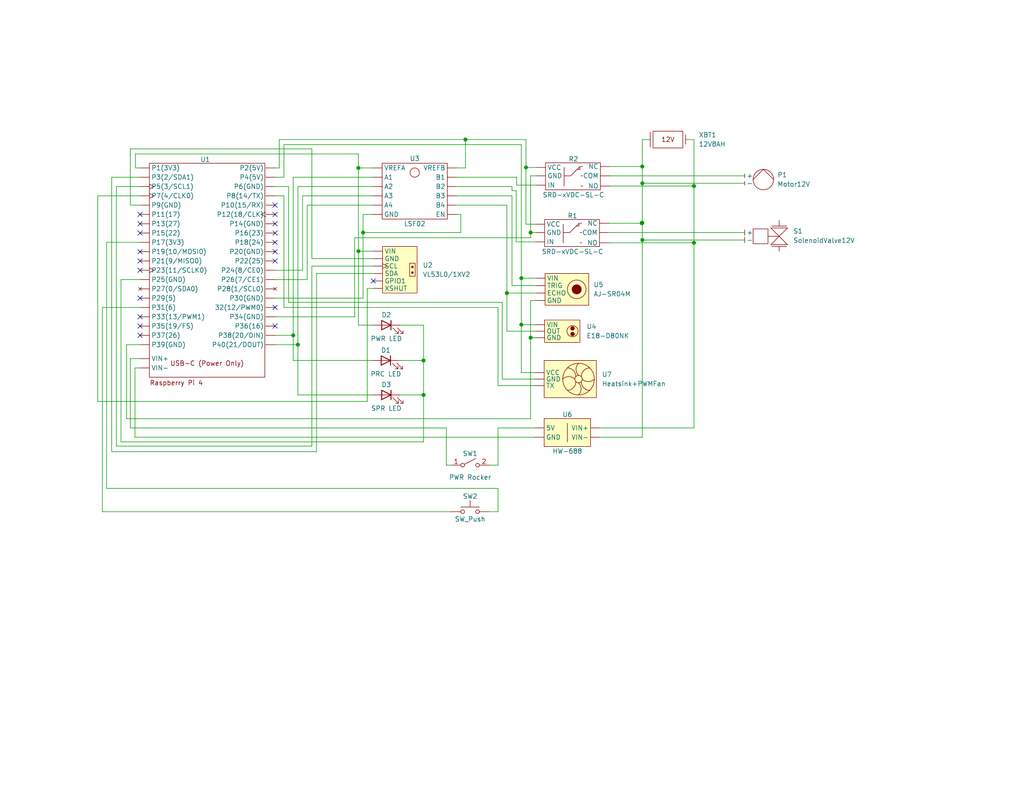
<source format=kicad_sch>
(kicad_sch (version 20211123) (generator eeschema)
  (paper "USLetter")
  (title_block (title "Map of Wirings") (date "2023-06-13") (rev "1.0") (company "There Goes Mangoes"))
  (lib_symbols
    (symbol "Battery Power and Management:12V8AH"
      (property "Reference" "XBT" (at 0 3.302 0))
      (property "Value" "12V8AH" (at 0 -3.556 0))
      (symbol "12V8AH_0_0"
        (polyline (pts (xy -4.826 2.032) (xy -4.826 -2.032)))
        (polyline (pts (xy 4.826 1.27) (xy 4.826 -1.27)))
        (text "12V" (at 0 0 0) (effects (font (size 1.27 1.27))))
      )
      (symbol "12V8AH_0_1"
        (rectangle (start -4.064 2.286) (end 4.064 -2.286))
      )
      (symbol "12V8AH_1_1"
        (pin power_out line (at 4.826 0 180) (length 0.635) hide (name "+") (number ""))
        (pin power_out line (at -4.826 0 0) (length 0.635) hide (name "-") (number ""))
      )
    )
    (symbol "Battery Power and Management:HW-688"
      (property "Reference" "U" (at 0 5.08 0))
      (property "Value" "HW-688" (at 0 -5.08 0))
      (symbol "HW-688_0_1"
        (rectangle (start -6.35 3.81) (end 6.35 -3.81) (fill (type background)))
        (polyline (pts (xy 0 2.54) (xy 0 -2.54)))
      )
      (symbol "HW-688_1_1"
        (pin power_out line (at 8.89 1.27 180) (length 2.54) (name "5V") (number ""))
        (pin power_out line (at 8.89 -1.27 180) (length 2.54) (name "GND") (number ""))
        (pin power_in line (at -8.89 1.27 0) (length 2.54) (name "VIN+") (number ""))
        (pin power_in line (at -8.89 -1.27 0) (length 2.54) (name "VIN-") (number ""))
      )
    )
    (symbol "Device:LED" (pin_numbers hide) (pin_names (offset 1.016) hide)
      (property "Reference" "D" (at 0 2.54 0))
      (property "Value" "LED" (at 0 -2.54 0))
      (symbol "LED_0_1"
        (polyline (pts (xy -1.27 -1.27) (xy -1.27 1.27)) (stroke (width 0.254)))
        (polyline (pts (xy -1.27 0) (xy 1.27 0)))
        (polyline (pts (xy 1.27 -1.27) (xy 1.27 1.27) (xy -1.27 0) (xy 1.27 -1.27)) (stroke (width 0.254)))
        (polyline (pts (xy -3.048 -0.762) (xy -4.572 -2.286) (xy -3.81 -2.286) (xy -4.572 -2.286) (xy -4.572 -1.524)))
        (polyline (pts (xy -1.778 -0.762) (xy -3.302 -2.286) (xy -2.54 -2.286) (xy -3.302 -2.286) (xy -3.302 -1.524)))
      )
      (symbol "LED_1_1"
        (pin passive line (at -3.81 0 0) (length 2.54) (name "K") (number "1"))
        (pin passive line (at 3.81 0 180) (length 2.54) (name "A") (number "2"))
      )
    )
    (symbol "Multilevel Voltage Converter:LSF02"
      (property "Reference" "U" (at 0 8.89 0))
      (property "Value" "LSF02" (at 0 0 90))
      (symbol "LSF02_0_1"
        (rectangle (start -8.89 7.62) (end 8.89 -7.62))
        (circle (center 0 5.08) (radius 1.27))
      )
      (symbol "LSF02_1_1"
        (pin bidirectional line (at -11.43 3.81 0) (length 2.54) (name "A1") (number ""))
        (pin bidirectional line (at -11.43 1.27 0) (length 2.54) (name "A2") (number ""))
        (pin bidirectional line (at -11.43 -1.27 0) (length 2.54) (name "A3") (number ""))
        (pin bidirectional line (at -11.43 -3.81 0) (length 2.54) (name "A4") (number ""))
        (pin bidirectional line (at 11.43 3.81 180) (length 2.54) (name "B1") (number ""))
        (pin bidirectional line (at 11.43 1.27 180) (length 2.54) (name "B2") (number ""))
        (pin bidirectional line (at 11.43 -1.27 180) (length 2.54) (name "B3") (number ""))
        (pin bidirectional line (at 11.43 -3.81 180) (length 2.54) (name "B4") (number ""))
        (pin power_in line (at 11.43 -6.35 180) (length 2.54) (name "EN") (number ""))
        (pin power_in line (at -11.43 -6.35 0) (length 2.54) (name "GND") (number ""))
        (pin power_in line (at -11.43 6.35 0) (length 2.54) (name "VREFA") (number ""))
        (pin power_in line (at 11.43 6.35 180) (length 2.54) (name "VREFB") (number ""))
      )
    )
    (symbol "Raspberry Pi 4:RPi4_Objective"
      (property "Reference" "U" (at 0 26.67 0))
      (symbol "RPi4_Objective_0_0"
        (text "Raspberry Pi 4" (at -7.874 -34.544 0) (effects (font (size 1.27 1.27))))
        (text "USB-C (Power Only)" (at 0.508 -29.21 0) (effects (font (size 1.27 1.27))))
      )
      (symbol "RPi4_Objective_0_1"
        (rectangle (start -15.24 25.4) (end 16.256 -33.02))
      )
      (symbol "RPi4_Objective_1_1"
        (pin bidirectional line (at 19.05 -13.97 180) (length 2.54) (name "32(12/PWM0)") (number ""))
        (pin power_out line (at -17.78 24.13 0) (length 2.54) (name "P1(3V3)") (number ""))
        (pin bidirectional line (at 19.05 13.97 180) (length 2.54) (name "P10(15/RX)") (number ""))
        (pin bidirectional line (at -17.78 11.43 0) (length 2.54) (name "P11(17)") (number ""))
        (pin bidirectional clock (at 19.05 11.43 180) (length 2.54) (name "P12(18/CLK)") (number ""))
        (pin bidirectional line (at -17.78 8.89 0) (length 2.54) (name "P13(27)") (number ""))
        (pin power_out line (at 19.05 8.89 180) (length 2.54) (name "P14(GND)") (number ""))
        (pin bidirectional line (at -17.78 6.35 0) (length 2.54) (name "P15(22)") (number ""))
        (pin bidirectional line (at 19.05 6.35 180) (length 2.54) (name "P16(23)") (number ""))
        (pin power_out line (at -17.78 3.81 0) (length 2.54) (name "P17(3V3)") (number ""))
        (pin bidirectional line (at 19.05 3.81 180) (length 2.54) (name "P18(24)") (number ""))
        (pin bidirectional line (at -17.78 1.27 0) (length 2.54) (name "P19(10/MOSI0)") (number ""))
        (pin power_out line (at 19.05 24.13 180) (length 2.54) (name "P2(5V)") (number ""))
        (pin power_out line (at 19.05 1.27 180) (length 2.54) (name "P20(GND)") (number ""))
        (pin bidirectional line (at -17.78 -1.27 0) (length 2.54) (name "P21(9/MISO0)") (number ""))
        (pin bidirectional line (at 19.05 -1.27 180) (length 2.54) (name "P22(25)") (number ""))
        (pin bidirectional clock (at -17.78 -3.81 0) (length 2.54) (name "P23(11/SCLK0)") (number ""))
        (pin bidirectional line (at 19.05 -3.81 180) (length 2.54) (name "P24(8/CE0)") (number ""))
        (pin power_out line (at -17.78 -6.35 0) (length 2.54) (name "P25(GND)") (number ""))
        (pin bidirectional line (at 19.05 -6.35 180) (length 2.54) (name "P26(7/CE1)") (number ""))
        (pin no_connect line (at -17.78 -8.89 0) (length 2.54) (name "P27(0/SDA0)") (number ""))
        (pin no_connect line (at 19.05 -8.89 180) (length 2.54) (name "P28(1/SCL0)") (number ""))
        (pin bidirectional line (at -17.78 -11.43 0) (length 2.54) (name "P29(5)") (number ""))
        (pin bidirectional line (at -17.78 21.59 0) (length 2.54) (name "P3(2/SDA1)") (number ""))
        (pin power_out line (at 19.05 -11.43 180) (length 2.54) (name "P30(GND)") (number ""))
        (pin bidirectional line (at -17.78 -13.97 0) (length 2.54) (name "P31(6)") (number ""))
        (pin bidirectional line (at -17.78 -16.51 0) (length 2.54) (name "P33(13/PWM1)") (number ""))
        (pin power_out line (at 19.05 -16.51 180) (length 2.54) (name "P34(GND)") (number ""))
        (pin bidirectional line (at -17.78 -19.05 0) (length 2.54) (name "P35(19/FS)") (number ""))
        (pin bidirectional line (at 19.05 -19.05 180) (length 2.54) (name "P36(16)") (number ""))
        (pin bidirectional line (at -17.78 -21.59 0) (length 2.54) (name "P37(26)") (number ""))
        (pin bidirectional line (at 19.05 -21.59 180) (length 2.54) (name "P38(20/DIN)") (number ""))
        (pin power_out line (at -17.78 -24.13 0) (length 2.54) (name "P39(GND)") (number ""))
        (pin power_out line (at 19.05 21.59 180) (length 2.54) (name "P4(5V)") (number ""))
        (pin bidirectional line (at 19.05 -24.13 180) (length 2.54) (name "P40(21/DOUT)") (number ""))
        (pin bidirectional clock (at -17.78 19.05 0) (length 2.54) (name "P5(3/SCL1)") (number ""))
        (pin power_out line (at 19.05 19.05 180) (length 2.54) (name "P6(GND)") (number ""))
        (pin bidirectional clock (at -17.78 16.51 0) (length 2.54) (name "P7(4/CLK0)") (number ""))
        (pin bidirectional line (at 19.05 16.51 180) (length 2.54) (name "P8(14/TX)") (number ""))
        (pin power_out line (at -17.78 13.97 0) (length 2.54) (name "P9(GND)") (number ""))
        (pin power_in line (at -17.78 -27.94 0) (length 2.54) (name "VIN+") (number ""))
        (pin power_in line (at -17.78 -30.48 0) (length 2.54) (name "VIN-") (number ""))
      )
    )
    (symbol "Sensors and Others:AJ-SR04M"
      (property "Reference" "U" (at 0 5.334 0))
      (property "Value" "AJ-SR04M" (at 0.762 -5.588 0))
      (symbol "AJ-SR04M_0_1"
        (rectangle (start -5.588 4.318) (end 6.35 -4.318) (fill (type background)))
        (circle (center 3.048 0) (radius 1.27) (fill (type outline)))
        (circle (center 3.048 0) (radius 2.54))
      )
      (symbol "AJ-SR04M_1_1"
        (pin output line (at -8.128 -1.016 0) (length 2.54) (name "ECHO") (number ""))
        (pin power_in line (at -8.128 -3.048 0) (length 2.54) (name "GND") (number ""))
        (pin input line (at -8.128 1.016 0) (length 2.54) (name "TRIG") (number ""))
        (pin power_in line (at -8.128 3.048 0) (length 2.54) (name "VIN") (number ""))
      )
    )
    (symbol "Sensors and Others:E18-D80NK"
      (property "Reference" "U" (at 0 4.064 0))
      (property "Value" "E18-D80NK" (at 0 -4.572 0))
      (symbol "E18-D80NK_0_1"
        (rectangle (start -5.08 3.048) (end 4.572 -3.048) (fill (type background)))
        (circle (center 2.54 -0.762) (radius 0.508) (fill (type outline)))
        (circle (center 2.54 0) (radius 1.524))
        (circle (center 2.54 0.762) (radius 0.508) (fill (type outline)))
      )
      (symbol "E18-D80NK_1_1"
        (pin power_in line (at -7.62 -1.778 0) (length 2.54) (name "GND") (number ""))
        (pin output line (at -7.62 0 0) (length 2.54) (name "OUT") (number ""))
        (pin power_in line (at -7.62 1.778 0) (length 2.54) (name "VIN") (number ""))
      )
    )
    (symbol "Sensors and Others:Heatsink+PWMFan"
      (property "Reference" "U" (at 0 6.096 0))
      (property "Value" "Heatsink+PWMFan" (at -0.254 -6.35 0))
      (symbol "Heatsink+PWMFan_0_1"
        (rectangle (start -6.858 5.08) (end 7.366 -5.08) (fill (type background)))
        (arc (start -0.508 -3.048) (mid 1.1084 -2.3784) (end 1.778 -0.762))
        (arc (start 1.524 0) (mid -0.127 3.9859) (end -1.778 0))
        (arc (start 1.778 0.762) (mid 3.3944 4.6644) (end -0.508 3.048))
        (arc (start 2.54 -4.318) (mid 3.2233 -2.667) (end 2.54 -1.016))
        (circle (center 2.54 0) (radius 1.016))
        (circle (center 2.54 0) (radius 4.318))
        (arc (start 2.54 4.318) (mid 1.8567 2.667) (end 2.54 1.016))
        (arc (start 3.302 -0.762) (mid 1.6789 -4.6711) (end 5.588 -3.048))
        (arc (start 3.556 0) (mid 5.207 -3.9859) (end 6.858 0))
        (arc (start 5.588 3.048) (mid 3.9811 2.3689) (end 3.302 0.762))
      )
      (symbol "Heatsink+PWMFan_1_1"
        (pin power_in line (at -9.398 0 0) (length 2.54) (name "GND") (number ""))
        (pin input line (at -9.398 -1.778 0) (length 2.54) (name "TX") (number ""))
        (pin power_in line (at -9.398 1.778 0) (length 2.54) (name "VCC") (number ""))
      )
    )
    (symbol "Sensors and Others:Motor12V"
      (property "Reference" "P" (at 0 3.81 0))
      (property "Value" "Motor12V" (at 0 -4.064 0))
      (symbol "Motor12V_0_1"
        (polyline (pts (xy -5.08 -0.508) (xy -5.08 -1.524)))
        (polyline (pts (xy -5.08 1.524) (xy -5.08 0.508)))
        (polyline (pts (xy -2.794 0) (xy 0 2.794) (xy 2.794 0)))
        (circle (center 0 0) (radius 2.794))
      )
      (symbol "Motor12V_1_1"
        (pin power_in line (at -5.08 1.016 0) (length 0) (name "+") (number ""))
        (pin power_in line (at -5.08 -1.016 0) (length 0) (name "-") (number ""))
      )
    )
    (symbol "Sensors and Others:SRD-xVDC-SL-C"
      (property "Reference" "R" (at 0.508 4.572 0))
      (property "Value" "SRD-xVDC-SL-C" (at 0 -5.334 0))
      (symbol "SRD-xVDC-SL-C_0_1"
        (polyline (pts (xy -2.54 2.286) (xy -2.54 -2.794)))
        (polyline (pts (xy 2.032 -2.794) (xy 2.54 -2.794)))
        (polyline (pts (xy 2.032 0) (xy 2.54 0)))
        (polyline (pts (xy 2.032 2.54) (xy 2.54 2.54)))
        (polyline (pts (xy -2.54 0) (xy -0.762 0) (xy 1.778 2.54)))
        (polyline (pts (xy 1.778 2.54) (xy 1.778 1.778) (xy 1.016 1.778) (xy 1.27 1.778)))
        (rectangle (start 7.366 3.556) (end -7.62 -3.81))
      )
      (symbol "SRD-xVDC-SL-C_1_1"
        (pin input line (at 9.906 0 180) (length 2.54) (name "COM") (number ""))
        (pin power_in line (at -10.16 0 0) (length 2.54) (name "GND") (number ""))
        (pin input line (at -10.16 -2.54 0) (length 2.54) (name "IN") (number ""))
        (pin free line (at 9.906 2.54 180) (length 2.54) (name "NC") (number ""))
        (pin free line (at 9.906 -2.794 180) (length 2.54) (name "NO") (number ""))
        (pin power_in line (at -10.16 2.286 0) (length 2.54) (name "VCC") (number ""))
      )
    )
    (symbol "Sensors and Others:SolenoidValve12V"
      (property "Reference" "S" (at 0 2.54 0))
      (property "Value" "SolenoidValve12V" (at 0.254 -6.096 0))
      (symbol "SolenoidValve12V_0_1"
        (rectangle (start -2.032 4.572) (end 2.032 0.508))
        (polyline (pts (xy -2.794 -2.54) (xy -4.064 -2.54)))
        (polyline (pts (xy -2.794 -0.508) (xy -2.794 -4.572)))
        (polyline (pts (xy -1.778 6.858) (xy -0.254 6.858)))
        (polyline (pts (xy 0 0.508) (xy 0 -2.54)))
        (polyline (pts (xy 0.254 6.858) (xy 1.778 6.858)))
        (polyline (pts (xy 2.794 -2.54) (xy 4.318 -2.54)))
        (polyline (pts (xy 2.794 -0.508) (xy 2.794 -4.572)))
        (polyline (pts (xy -2.286 -0.254) (xy 0 -2.54) (xy 2.286 -0.254) (xy 2.286 -4.826) (xy 0 -2.54) (xy -2.286 -4.826) (xy -2.286 -0.254)))
      )
      (symbol "SolenoidValve12V_1_1"
        (pin power_in line (at 1.016 6.858 270) (length 0) (name "+") (number ""))
        (pin power_in line (at -1.016 6.858 270) (length 0) (name "-") (number ""))
      )
    )
    (symbol "Sensors and Others:VL53L0{slash}1XV2"
      (property "Reference" "U" (at 0 8.382 0))
      (property "Value" "VL53L0{slash}1XV2" (at 0 -8.89 0))
      (symbol "VL53L0{slash}1XV2_0_1"
        (rectangle (start -4.572 6.35) (end 4.826 -6.35) (fill (type background)))
        (rectangle (start 2.794 1.778) (end 4.318 -1.778))
        (circle (center 3.556 -0.762) (radius 0.254) (fill (type outline)))
        (circle (center 3.556 0.762) (radius 0.254) (fill (type outline)))
      )
      (symbol "VL53L0{slash}1XV2_1_1"
        (pin power_in line (at -7.112 3.048 0) (length 2.54) (name "GND") (number ""))
        (pin output line (at -7.112 -3.048 0) (length 2.54) (name "GPIO1") (number ""))
        (pin output clock (at -7.112 1.016 0) (length 2.54) (name "SCL") (number ""))
        (pin output line (at -7.112 -1.016 0) (length 2.54) (name "SDA") (number ""))
        (pin power_in line (at -7.112 5.08 0) (length 2.54) (name "VIN") (number ""))
        (pin input line (at -7.112 -5.08 0) (length 2.54) (name "XSHUT") (number ""))
      )
    )
    (symbol "Switch:SW_Push" (pin_numbers hide) (pin_names (offset 1.016) hide)
      (property "Reference" "SW" (at 1.27 2.54 0))
      (property "Value" "SW_Push" (at 0 -1.524 0))
      (symbol "SW_Push_0_1"
        (circle (center -2.032 0) (radius 0.508))
        (polyline (pts (xy 0 1.27) (xy 0 3.048)))
        (polyline (pts (xy 2.54 1.27) (xy -2.54 1.27)))
        (circle (center 2.032 0) (radius 0.508))
        (pin passive line (at -5.08 0 0) (length 2.54) (name "1") (number "1"))
        (pin passive line (at 5.08 0 180) (length 2.54) (name "2") (number "2"))
      )
    )
    (symbol "Switch:SW_SPST" (pin_names (offset 0) hide)
      (property "Reference" "SW" (at 0 3.175 0))
      (property "Value" "SW_SPST" (at 0 -2.54 0))
      (symbol "SW_SPST_0_0"
        (circle (center -2.032 0) (radius 0.508))
        (polyline (pts (xy -1.524 0.254) (xy 1.524 1.778)))
        (circle (center 2.032 0) (radius 0.508))
      )
      (symbol "SW_SPST_1_1"
        (pin passive line (at -5.08 0 0) (length 2.54) (name "A") (number "1"))
        (pin passive line (at 5.08 0 180) (length 2.54) (name "B") (number "2"))
      )
    )
  )
  (junction (at 175.26 45.466))
  (junction (at 189.357 66.294))
  (junction (at 144.78 92.202))
  (junction (at 175.26 60.833))
  (junction (at 99.06 63.5))
  (junction (at 189.357 50.8))
  (junction (at 144.78 63.5))
  (junction (at 143.51 45.72))
  (junction (at 81.28 94.107))
  (junction (at 175.133 60.96))
  (junction (at 175.26 50.038))
  (junction (at 97.79 45.847))
  (junction (at 115.57 107.823))
  (junction (at 115.57 98.425))
  (junction (at 175.133 60.833))
  (junction (at 142.24 88.646))
  (junction (at 97.79 68.58))
  (junction (at 127 38.1))
  (junction (at 175.26 65.532))
  (junction (at 138.303 80.01))
  (junction (at 142.24 75.946))
  (junction (at 80.01 91.567))
  (no_connect (at 75.057 66.167))
  (no_connect (at 38.227 73.787))
  (no_connect (at 75.057 71.247))
  (no_connect (at 38.227 89.027))
  (no_connect (at 38.227 63.627))
  (no_connect (at 38.227 68.707))
  (no_connect (at 101.854 76.708))
  (no_connect (at 75.057 68.707))
  (no_connect (at 75.057 83.947))
  (no_connect (at 38.227 86.487))
  (no_connect (at 38.227 58.547))
  (no_connect (at 75.057 63.627))
  (no_connect (at 75.057 56.007))
  (no_connect (at 75.057 58.547))
  (no_connect (at 38.227 81.407))
  (no_connect (at 38.227 71.247))
  (no_connect (at 38.227 91.567))
  (no_connect (at 75.057 89.027))
  (no_connect (at 75.057 61.087))
  (no_connect (at 38.227 61.087))
  (wire (pts (xy 135.89 133.35) (xy 135.89 139.7)))
  (wire (pts (xy 146.304 48.006) (xy 144.78 48.006)))
  (wire (pts (xy 175.26 38.1) (xy 175.26 45.466)))
  (wire (pts (xy 203.2 50.038) (xy 175.26 50.038)))
  (wire (pts (xy 35.56 40.64) (xy 35.56 56.007)))
  (wire (pts (xy 139.7 52.07) (xy 140.843 52.07)))
  (wire (pts (xy 30.48 48.387) (xy 30.48 123.317)))
  (wire (pts (xy 146.05 90.424) (xy 138.303 90.424)))
  (wire (pts (xy 146.05 61.214) (xy 143.51 61.214)))
  (wire (pts (xy 76.2 38.1) (xy 127 38.1)))
  (wire (pts (xy 101.727 48.387) (xy 80.01 48.387)))
  (wire (pts (xy 175.26 45.466) (xy 175.26 50.038)))
  (wire (pts (xy 125.73 63.5) (xy 99.06 63.5)))
  (wire (pts (xy 86.36 123.317) (xy 86.36 74.676)))
  (wire (pts (xy 140.97 50.546) (xy 146.304 50.546)))
  (wire (pts (xy 33.02 120.65) (xy 33.02 76.327)))
  (wire (pts (xy 144.78 114.3) (xy 144.78 92.202)))
  (wire (pts (xy 36.83 119.38) (xy 145.923 119.38)))
  (wire (pts (xy 140.97 48.387) (xy 140.97 50.546)))
  (wire (pts (xy 175.133 60.833) (xy 175.26 60.833)))
  (wire (pts (xy 80.01 48.387) (xy 80.01 91.567)))
  (wire (pts (xy 75.057 81.407) (xy 99.06 81.407)))
  (wire (pts (xy 77.47 83.947) (xy 77.47 53.467)))
  (wire (pts (xy 135.89 105.283) (xy 135.89 83.947)))
  (wire (pts (xy 142.24 75.946) (xy 146.177 75.946)))
  (wire (pts (xy 29.083 66.167) (xy 29.083 133.35)))
  (wire (pts (xy 138.303 80.01) (xy 146.177 80.01)))
  (wire (pts (xy 97.79 42.037) (xy 97.79 45.847)))
  (wire (pts (xy 137.033 82.55) (xy 137.033 103.505)))
  (wire (pts (xy 166.116 60.96) (xy 175.133 60.96)))
  (wire (pts (xy 30.48 123.317) (xy 86.36 123.317)))
  (wire (pts (xy 163.703 119.38) (xy 175.26 119.38)))
  (wire (pts (xy 175.26 60.833) (xy 175.26 65.532)))
  (wire (pts (xy 177.419 38.1) (xy 175.26 38.1)))
  (wire (pts (xy 189.357 66.294) (xy 189.357 50.8)))
  (wire (pts (xy 127 45.847) (xy 127 38.1)))
  (wire (pts (xy 35.56 97.917) (xy 38.227 97.917)))
  (wire (pts (xy 124.587 45.847) (xy 127 45.847)))
  (wire (pts (xy 96.774 64.897) (xy 144.78 64.897)))
  (wire (pts (xy 137.033 103.505) (xy 145.923 103.505)))
  (wire (pts (xy 109.22 88.773) (xy 115.57 88.773)))
  (wire (pts (xy 124.587 56.007) (xy 138.303 56.007)))
  (wire (pts (xy 145.923 105.283) (xy 135.89 105.283)))
  (wire (pts (xy 27.94 83.947) (xy 38.227 83.947)))
  (wire (pts (xy 96.774 86.487) (xy 96.774 64.897)))
  (wire (pts (xy 143.51 38.1) (xy 143.51 45.72)))
  (wire (pts (xy 175.133 60.96) (xy 175.133 60.833)))
  (wire (pts (xy 142.24 88.646) (xy 142.24 101.727)))
  (wire (pts (xy 101.473 98.425) (xy 80.01 98.425)))
  (wire (pts (xy 75.057 86.487) (xy 96.774 86.487)))
  (wire (pts (xy 85.09 121.793) (xy 31.75 121.793)))
  (wire (pts (xy 138.303 90.424) (xy 138.303 80.01)))
  (wire (pts (xy 36.957 42.037) (xy 97.79 42.037)))
  (wire (pts (xy 175.26 119.38) (xy 175.26 65.532)))
  (wire (pts (xy 29.083 133.35) (xy 135.89 133.35)))
  (wire (pts (xy 38.227 94.107) (xy 34.544 94.107)))
  (wire (pts (xy 82.55 53.467) (xy 101.727 53.467)))
  (wire (pts (xy 144.78 64.897) (xy 144.78 63.5)))
  (wire (pts (xy 80.01 91.567) (xy 80.01 98.425)))
  (wire (pts (xy 124.587 58.547) (xy 125.73 58.547)))
  (wire (pts (xy 34.544 114.3) (xy 144.78 114.3)))
  (wire (pts (xy 189.357 38.1) (xy 187.071 38.1)))
  (wire (pts (xy 78.74 82.55) (xy 137.033 82.55)))
  (wire (pts (xy 121.793 127) (xy 121.793 116.84)))
  (wire (pts (xy 77.47 53.467) (xy 75.057 53.467)))
  (wire (pts (xy 81.28 50.927) (xy 81.28 94.107)))
  (wire (pts (xy 38.227 66.167) (xy 29.083 66.167)))
  (wire (pts (xy 127 38.1) (xy 143.51 38.1)))
  (wire (pts (xy 75.057 48.387) (xy 77.47 48.387)))
  (wire (pts (xy 97.79 68.58) (xy 101.854 68.58)))
  (wire (pts (xy 143.51 45.72) (xy 146.304 45.72)))
  (wire (pts (xy 146.05 88.646) (xy 142.24 88.646)))
  (wire (pts (xy 163.703 116.84) (xy 189.357 116.84)))
  (wire (pts (xy 135.89 116.84) (xy 145.923 116.84)))
  (wire (pts (xy 135.89 139.7) (xy 133.35 139.7)))
  (wire (pts (xy 143.51 61.214) (xy 143.51 45.72)))
  (wire (pts (xy 124.587 48.387) (xy 140.97 48.387)))
  (wire (pts (xy 189.357 50.8) (xy 189.357 38.1)))
  (wire (pts (xy 77.47 48.387) (xy 77.47 39.497)))
  (wire (pts (xy 175.26 50.038) (xy 175.26 60.833)))
  (wire (pts (xy 38.227 45.847) (xy 36.957 45.847)))
  (wire (pts (xy 203.2 65.532) (xy 175.26 65.532)))
  (wire (pts (xy 35.56 116.84) (xy 35.56 97.917)))
  (wire (pts (xy 82.55 73.787) (xy 82.55 53.467)))
  (wire (pts (xy 144.78 48.006) (xy 144.78 63.5)))
  (wire (pts (xy 166.37 48.006) (xy 203.2 48.006)))
  (wire (pts (xy 101.854 78.74) (xy 100.203 78.74)))
  (wire (pts (xy 109.22 107.823) (xy 115.57 107.823)))
  (wire (pts (xy 78.74 50.927) (xy 78.74 82.55)))
  (wire (pts (xy 83.82 76.327) (xy 75.057 76.327)))
  (wire (pts (xy 123.19 139.7) (xy 27.94 139.7)))
  (wire (pts (xy 124.587 50.927) (xy 139.7 50.927)))
  (wire (pts (xy 146.177 82.042) (xy 144.78 82.042)))
  (wire (pts (xy 75.057 50.927) (xy 78.74 50.927)))
  (wire (pts (xy 140.843 66.04) (xy 146.05 66.04)))
  (wire (pts (xy 144.78 63.5) (xy 146.05 63.5)))
  (wire (pts (xy 35.56 56.007) (xy 38.227 56.007)))
  (wire (pts (xy 76.2 45.847) (xy 76.2 38.1)))
  (wire (pts (xy 36.83 100.457) (xy 36.83 119.38)))
  (wire (pts (xy 135.89 83.947) (xy 77.47 83.947)))
  (wire (pts (xy 144.78 92.202) (xy 146.05 92.202)))
  (wire (pts (xy 166.37 45.466) (xy 175.26 45.466)))
  (wire (pts (xy 125.73 58.547) (xy 125.73 63.5)))
  (wire (pts (xy 77.47 39.497) (xy 142.24 39.497)))
  (wire (pts (xy 101.727 45.847) (xy 97.79 45.847)))
  (wire (pts (xy 138.303 56.007) (xy 138.303 80.01)))
  (wire (pts (xy 97.79 45.847) (xy 97.79 68.58)))
  (wire (pts (xy 97.79 88.773) (xy 97.79 68.58)))
  (wire (pts (xy 145.923 101.727) (xy 142.24 101.727)))
  (wire (pts (xy 101.854 72.644) (xy 85.09 72.644)))
  (wire (pts (xy 75.057 91.567) (xy 80.01 91.567)))
  (wire (pts (xy 83.82 56.007) (xy 83.82 76.327)))
  (wire (pts (xy 115.57 107.823) (xy 115.57 120.65)))
  (wire (pts (xy 101.727 56.007) (xy 83.82 56.007)))
  (wire (pts (xy 26.67 53.467) (xy 38.227 53.467)))
  (wire (pts (xy 101.6 107.823) (xy 81.28 107.823)))
  (wire (pts (xy 101.6 88.773) (xy 97.79 88.773)))
  (wire (pts (xy 85.09 70.612) (xy 85.09 40.64)))
  (wire (pts (xy 166.37 50.8) (xy 189.357 50.8)))
  (wire (pts (xy 75.057 73.787) (xy 82.55 73.787)))
  (wire (pts (xy 100.203 109.601) (xy 26.67 109.601)))
  (wire (pts (xy 109.093 98.425) (xy 115.57 98.425)))
  (wire (pts (xy 139.7 50.927) (xy 139.7 52.07)))
  (wire (pts (xy 81.28 94.107) (xy 81.28 107.823)))
  (wire (pts (xy 101.854 70.612) (xy 85.09 70.612)))
  (wire (pts (xy 115.57 98.425) (xy 115.57 107.823)))
  (wire (pts (xy 38.227 48.387) (xy 30.48 48.387)))
  (wire (pts (xy 139.7 53.467) (xy 124.587 53.467)))
  (wire (pts (xy 144.78 82.042) (xy 144.78 92.202)))
  (wire (pts (xy 85.09 72.644) (xy 85.09 121.793)))
  (wire (pts (xy 99.06 63.5) (xy 99.06 81.407)))
  (wire (pts (xy 99.06 58.547) (xy 99.06 63.5)))
  (wire (pts (xy 31.75 50.927) (xy 38.227 50.927)))
  (wire (pts (xy 133.35 127) (xy 135.89 127)))
  (wire (pts (xy 99.06 58.547) (xy 101.727 58.547)))
  (wire (pts (xy 75.057 45.847) (xy 76.2 45.847)))
  (wire (pts (xy 189.357 116.84) (xy 189.357 66.294)))
  (wire (pts (xy 85.09 40.64) (xy 35.56 40.64)))
  (wire (pts (xy 142.24 75.946) (xy 142.24 88.646)))
  (wire (pts (xy 135.89 127) (xy 135.89 116.84)))
  (wire (pts (xy 81.28 94.107) (xy 75.057 94.107)))
  (wire (pts (xy 101.727 50.927) (xy 81.28 50.927)))
  (wire (pts (xy 31.75 121.793) (xy 31.75 50.927)))
  (wire (pts (xy 100.203 78.74) (xy 100.203 109.601)))
  (wire (pts (xy 115.57 88.773) (xy 115.57 98.425)))
  (wire (pts (xy 121.793 116.84) (xy 35.56 116.84)))
  (wire (pts (xy 146.177 77.978) (xy 139.7 77.978)))
  (wire (pts (xy 27.94 139.7) (xy 27.94 83.947)))
  (wire (pts (xy 86.36 74.676) (xy 101.854 74.676)))
  (wire (pts (xy 36.957 45.847) (xy 36.957 42.037)))
  (wire (pts (xy 139.7 77.978) (xy 139.7 53.467)))
  (wire (pts (xy 166.116 66.294) (xy 189.357 66.294)))
  (wire (pts (xy 26.67 109.601) (xy 26.67 53.467)))
  (wire (pts (xy 142.24 39.497) (xy 142.24 75.946)))
  (wire (pts (xy 140.843 52.07) (xy 140.843 66.04)))
  (wire (pts (xy 38.227 100.457) (xy 36.83 100.457)))
  (wire (pts (xy 34.544 94.107) (xy 34.544 114.3)))
  (wire (pts (xy 166.116 63.5) (xy 203.2 63.5)))
  (wire (pts (xy 33.02 120.65) (xy 115.57 120.65)))
  (wire (pts (xy 123.19 127) (xy 121.793 127)))
  (wire (pts (xy 33.02 76.327) (xy 38.227 76.327)))
  (symbol (lib_id "Sensors and Others:Motor12V") (at 208.28 49.022 0) (unit 1)
    (property "Reference" "P1" (at 212.09 47.7519 0) (effects (justify left)))
    (property "Value" "Motor12V" (at 212.09 50.2919 0) (effects (justify left)))
  )
  (symbol (lib_id "Multilevel Voltage Converter:LSF02") (at 113.157 52.197 0) (unit 1)
    (property "Reference" "U3" (at 113.157 43.307 0))
    (property "Value" "LSF02" (at 113.157 61.087 0))
  )
  (symbol (lib_id "Device:LED") (at 105.41 88.773 0) (mirror y) (unit 1)
    (property "Reference" "D2" (at 105.41 85.979 0))
    (property "Value" "PWR LED" (at 105.41 92.456 0))
  )
  (symbol (lib_id "Sensors and Others:SRD-xVDC-SL-C") (at 156.464 48.006 0) (unit 1)
    (property "Reference" "R2" (at 156.464 43.434 0))
    (property "Value" "SRD-xVDC-SL-C" (at 156.464 53.213 0))
  )
  (symbol (lib_id "Switch:SW_Push") (at 128.27 139.7 0) (unit 1)
    (property "Reference" "SW2" (at 128.27 135.509 0))
    (property "Value" "SW_Push" (at 128.27 141.732 0))
  )
  (symbol (lib_id "Device:LED") (at 105.41 107.823 0) (mirror y) (unit 1)
    (property "Reference" "D3" (at 105.41 105.029 0))
    (property "Value" "SPR LED" (at 105.41 111.506 0))
  )
  (symbol (lib_id "Battery Power and Management:12V8AH") (at 182.245 38.1 0) (unit 1)
    (property "Reference" "XBT1" (at 190.627 36.83 0) (effects (justify left)))
    (property "Value" "12V8AH" (at 190.627 39.37 0) (effects (justify left)))
  )
  (symbol (lib_id "Sensors and Others:AJ-SR04M") (at 154.305 78.994 0) (unit 1)
    (property "Reference" "U5" (at 161.925 77.7239 0) (effects (justify left)))
    (property "Value" "AJ-SR04M" (at 161.925 80.2639 0) (effects (justify left)))
  )
  (symbol (lib_id "Device:LED") (at 105.283 98.425 0) (mirror y) (unit 1)
    (property "Reference" "D1" (at 105.283 95.631 0))
    (property "Value" "PRC LED" (at 105.283 102.108 0))
  )
  (symbol (lib_id "Sensors and Others:SRD-xVDC-SL-C") (at 156.21 63.5 0) (unit 1)
    (property "Reference" "R1" (at 156.21 58.928 0))
    (property "Value" "SRD-xVDC-SL-C" (at 156.21 68.707 0))
  )
  (symbol (lib_id "Raspberry Pi 4:RPi4_Objective") (at 56.007 69.977 0) (unit 1)
    (property "Reference" "U1" (at 56.007 43.561 0))
    (property "Value" "RPi4_Objective" (effects hide))
  )
  (symbol (lib_id "Sensors and Others:SolenoidValve12V") (at 210.058 64.516 90) (unit 1)
    (property "Reference" "S1" (at 216.408 63.1189 90) (effects (justify right)))
    (property "Value" "SolenoidValve12V" (at 216.408 65.6589 90) (effects (justify right)))
  )
  (symbol (lib_id "Sensors and Others:VL53L0{slash}1XV2") (at 108.966 73.66 0) (unit 1)
    (property "Reference" "U2" (at 115.316 72.3899 0) (effects (justify left)))
    (property "Value" "VL53L0/1XV2" (at 115.316 74.9299 0) (effects (justify left)))
  )
  (symbol (lib_id "Sensors and Others:Heatsink+PWMFan") (at 155.321 103.505 0) (unit 1)
    (property "Reference" "U7" (at 164.211 102.2349 0) (effects (justify left)))
    (property "Value" "Heatsink+PWMFan" (at 164.211 104.7749 0) (effects (justify left)))
  )
  (symbol (lib_id "Sensors and Others:E18-D80NK") (at 153.67 90.424 0) (unit 1)
    (property "Reference" "U4" (at 160.02 89.1539 0) (effects (justify left)))
    (property "Value" "E18-D80NK" (at 160.02 91.6939 0) (effects (justify left)))
  )
  (symbol (lib_id "Battery Power and Management:HW-688") (at 154.813 118.11 0) (mirror y) (unit 1)
    (property "Reference" "U6" (at 154.813 113.157 0))
    (property "Value" "HW-688" (at 154.813 123.19 0))
  )
  (symbol (lib_id "Switch:SW_SPST") (at 128.27 127 0) (unit 1)
    (property "Reference" "SW1" (at 128.27 123.825 0))
    (property "Value" "PWR Rocker" (at 128.27 130.302 0))
  )
)
</source>
